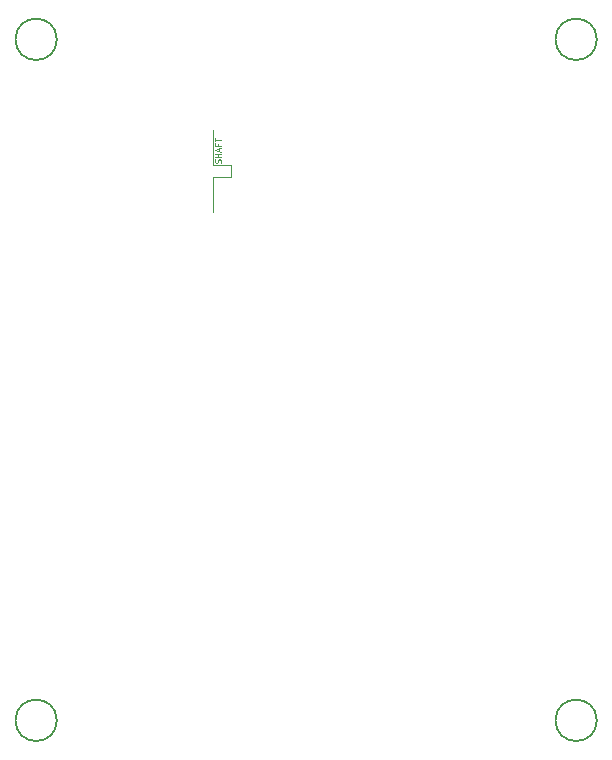
<source format=gbr>
%TF.GenerationSoftware,KiCad,Pcbnew,8.0.5*%
%TF.CreationDate,2024-10-23T01:30:24+03:00*%
%TF.ProjectId,mouse_pic,6d6f7573-655f-4706-9963-2e6b69636164,rev?*%
%TF.SameCoordinates,Original*%
%TF.FileFunction,Other,Comment*%
%FSLAX46Y46*%
G04 Gerber Fmt 4.6, Leading zero omitted, Abs format (unit mm)*
G04 Created by KiCad (PCBNEW 8.0.5) date 2024-10-23 01:30:24*
%MOMM*%
%LPD*%
G01*
G04 APERTURE LIST*
%ADD10C,0.125000*%
%ADD11C,0.150000*%
%ADD12C,0.100000*%
G04 APERTURE END LIST*
D10*
X-67861500Y72777475D02*
X-67837691Y72848903D01*
X-67837691Y72848903D02*
X-67837691Y72967951D01*
X-67837691Y72967951D02*
X-67861500Y73015570D01*
X-67861500Y73015570D02*
X-67885310Y73039379D01*
X-67885310Y73039379D02*
X-67932929Y73063189D01*
X-67932929Y73063189D02*
X-67980548Y73063189D01*
X-67980548Y73063189D02*
X-68028167Y73039379D01*
X-68028167Y73039379D02*
X-68051977Y73015570D01*
X-68051977Y73015570D02*
X-68075786Y72967951D01*
X-68075786Y72967951D02*
X-68099596Y72872713D01*
X-68099596Y72872713D02*
X-68123405Y72825094D01*
X-68123405Y72825094D02*
X-68147215Y72801284D01*
X-68147215Y72801284D02*
X-68194834Y72777475D01*
X-68194834Y72777475D02*
X-68242453Y72777475D01*
X-68242453Y72777475D02*
X-68290072Y72801284D01*
X-68290072Y72801284D02*
X-68313881Y72825094D01*
X-68313881Y72825094D02*
X-68337691Y72872713D01*
X-68337691Y72872713D02*
X-68337691Y72991760D01*
X-68337691Y72991760D02*
X-68313881Y73063189D01*
X-67837691Y73277474D02*
X-68337691Y73277474D01*
X-68099596Y73277474D02*
X-68099596Y73563188D01*
X-67837691Y73563188D02*
X-68337691Y73563188D01*
X-67980548Y73777475D02*
X-67980548Y74015570D01*
X-67837691Y73729856D02*
X-68337691Y73896522D01*
X-68337691Y73896522D02*
X-67837691Y74063189D01*
X-68099596Y74396522D02*
X-68099596Y74229855D01*
X-67837691Y74229855D02*
X-68337691Y74229855D01*
X-68337691Y74229855D02*
X-68337691Y74467950D01*
X-68337691Y74586998D02*
X-68337691Y74872712D01*
X-67837691Y74729855D02*
X-68337691Y74729855D01*
D11*
%TO.C,REF\u002A\u002A*%
X-81740000Y25578000D02*
G75*
G02*
X-85240000Y25578000I-1750000J0D01*
G01*
X-85240000Y25578000D02*
G75*
G02*
X-81740000Y25578000I1750000J0D01*
G01*
X-36020000Y25578000D02*
G75*
G02*
X-39520000Y25578000I-1750000J0D01*
G01*
X-39520000Y25578000D02*
G75*
G02*
X-36020000Y25578000I1750000J0D01*
G01*
X-81740000Y83236000D02*
G75*
G02*
X-85240000Y83236000I-1750000J0D01*
G01*
X-85240000Y83236000D02*
G75*
G02*
X-81740000Y83236000I1750000J0D01*
G01*
X-36020000Y83236000D02*
G75*
G02*
X-39520000Y83236000I-1750000J0D01*
G01*
X-39520000Y83236000D02*
G75*
G02*
X-36020000Y83236000I1750000J0D01*
G01*
D12*
%TO.C,Encoder1*%
X-68520000Y72600000D02*
X-68520000Y75600000D01*
X-68520000Y71600000D02*
X-67020000Y71600000D01*
X-68520000Y68600000D02*
X-68520000Y71600000D01*
X-67020000Y72600000D02*
X-68520000Y72600000D01*
X-67020000Y71600000D02*
X-67020000Y72600000D01*
%TD*%
M02*

</source>
